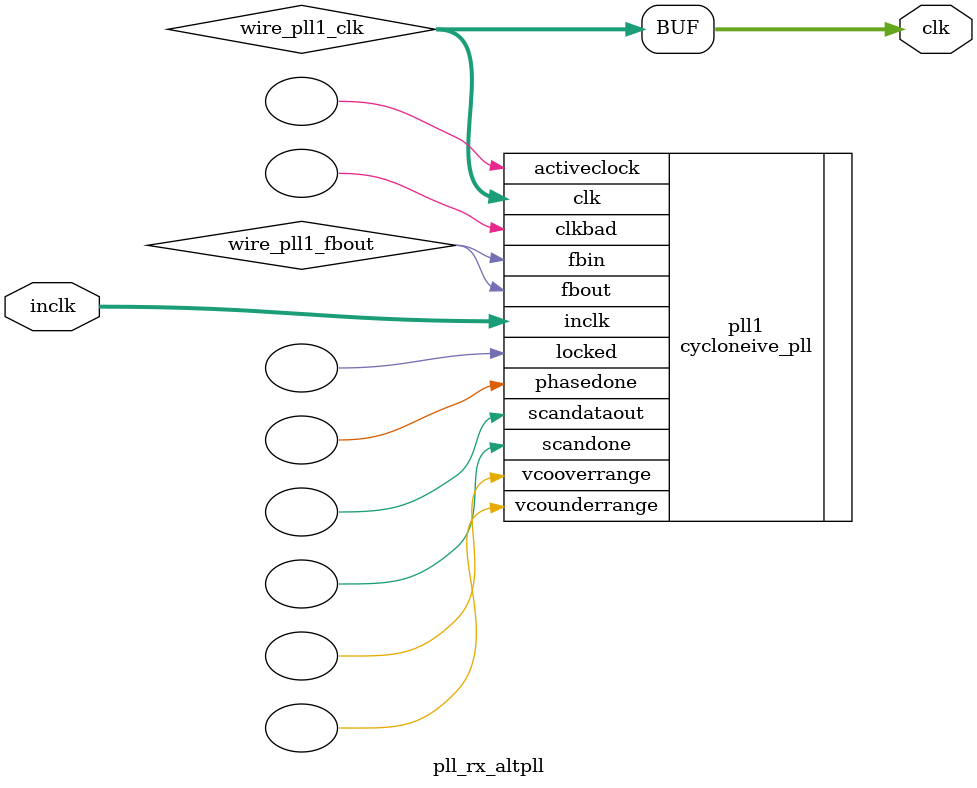
<source format=v>






//synthesis_resources = cycloneive_pll 1 
//synopsys translate_off
`timescale 1 ps / 1 ps
//synopsys translate_on
module  pll_rx_altpll
	( 
	clk,
	inclk) /* synthesis synthesis_clearbox=1 */;
	output   [4:0]  clk;
	input   [1:0]  inclk;
`ifndef ALTERA_RESERVED_QIS
// synopsys translate_off
`endif
	tri0   [1:0]  inclk;
`ifndef ALTERA_RESERVED_QIS
// synopsys translate_on
`endif

	wire  [4:0]   wire_pll1_clk;
	wire  wire_pll1_fbout;

	cycloneive_pll   pll1
	( 
	.activeclock(),
	.clk(wire_pll1_clk),
	.clkbad(),
	.fbin(wire_pll1_fbout),
	.fbout(wire_pll1_fbout),
	.inclk(inclk),
	.locked(),
	.phasedone(),
	.scandataout(),
	.scandone(),
	.vcooverrange(),
	.vcounderrange()
	`ifndef FORMAL_VERIFICATION
	// synopsys translate_off
	`endif
	,
	.areset(1'b0),
	.clkswitch(1'b0),
	.configupdate(1'b0),
	.pfdena(1'b1),
	.phasecounterselect({3{1'b0}}),
	.phasestep(1'b0),
	.phaseupdown(1'b0),
	.scanclk(1'b0),
	.scanclkena(1'b1),
	.scandata(1'b0)
	`ifndef FORMAL_VERIFICATION
	// synopsys translate_on
	`endif
	);
	defparam
		pll1.bandwidth_type = "auto",
		pll1.clk0_divide_by = 1,
		pll1.clk0_duty_cycle = 50,
		pll1.clk0_multiply_by = 1,
		pll1.clk0_phase_shift = "-1333",
		pll1.compensate_clock = "clk0",
		pll1.inclk0_input_frequency = 8000,
		pll1.operation_mode = "normal",
		pll1.pll_type = "auto",
		pll1.lpm_type = "cycloneive_pll";
	assign
		clk = {wire_pll1_clk[4:0]};
endmodule //pll_rx_altpll
//VALID FILE

</source>
